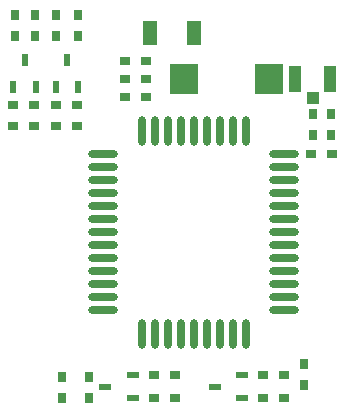
<source format=gtp>
%FSLAX25Y25*%
%MOIN*%
G70*
G01*
G75*
G04 Layer_Color=8421504*
%ADD10C,0.03150*%
%ADD11R,0.04299X0.02362*%
%ADD12O,0.09843X0.02756*%
%ADD13O,0.02756X0.09843*%
%ADD14R,0.03500X0.03000*%
%ADD15R,0.02362X0.04299*%
%ADD16R,0.03000X0.03500*%
%ADD17R,0.09449X0.10236*%
%ADD18R,0.04921X0.07874*%
%ADD19R,0.03937X0.04331*%
%ADD20R,0.04134X0.08661*%
%ADD21C,0.01000*%
%ADD22C,0.00800*%
%ADD23C,0.02000*%
%ADD24C,0.02500*%
%ADD25C,0.01500*%
%ADD26C,0.06000*%
%ADD27R,0.06000X0.06000*%
%ADD28C,0.02500*%
%ADD29R,0.01181X0.02165*%
%ADD30R,0.03150X0.05118*%
%ADD31R,0.11811X0.04213*%
%ADD32R,0.10236X0.09449*%
%ADD33R,0.37008X0.27559*%
%ADD34R,0.05906X0.06693*%
%ADD35C,0.01200*%
%ADD36C,0.06000*%
%ADD37C,0.04000*%
%ADD38C,0.00500*%
%ADD39C,0.01600*%
%ADD40C,0.00600*%
%ADD41R,0.01870X0.17323*%
%ADD42R,0.01181X0.08412*%
%ADD43R,0.17323X0.01870*%
D11*
X38024Y9740D02*
D03*
X47110Y13480D02*
D03*
Y6000D02*
D03*
X83510D02*
D03*
Y13480D02*
D03*
X74424Y9740D02*
D03*
D12*
X37292Y39604D02*
D03*
Y35273D02*
D03*
X97528D02*
D03*
Y39604D02*
D03*
Y43935D02*
D03*
Y48265D02*
D03*
Y52596D02*
D03*
Y56927D02*
D03*
Y61257D02*
D03*
Y65588D02*
D03*
Y69919D02*
D03*
Y74250D02*
D03*
Y78580D02*
D03*
Y82911D02*
D03*
Y87242D02*
D03*
X37292Y43935D02*
D03*
Y48265D02*
D03*
Y52596D02*
D03*
Y56927D02*
D03*
Y61257D02*
D03*
Y65588D02*
D03*
Y69919D02*
D03*
Y74250D02*
D03*
Y78580D02*
D03*
Y82911D02*
D03*
Y87242D02*
D03*
D13*
X50087Y27399D02*
D03*
X54418D02*
D03*
X58749D02*
D03*
X63080D02*
D03*
X67410Y27358D02*
D03*
X71741Y27399D02*
D03*
X76072D02*
D03*
X80402D02*
D03*
X84733D02*
D03*
Y95116D02*
D03*
X80402D02*
D03*
X76072D02*
D03*
X71741D02*
D03*
X67410D02*
D03*
X63080D02*
D03*
X58749D02*
D03*
X54418D02*
D03*
X50087D02*
D03*
D14*
X14353Y96658D02*
D03*
X7353D02*
D03*
X21410Y103657D02*
D03*
Y96658D02*
D03*
X90510Y6000D02*
D03*
X7353Y103657D02*
D03*
X54110Y6000D02*
D03*
X61110D02*
D03*
X54110Y13480D02*
D03*
X61110D02*
D03*
X106528Y87242D02*
D03*
X113528D02*
D03*
X97510Y6000D02*
D03*
Y13480D02*
D03*
X90510D02*
D03*
X44410Y112258D02*
D03*
X51410D02*
D03*
X44410Y118257D02*
D03*
X51410D02*
D03*
X44410Y106257D02*
D03*
X51410D02*
D03*
X28410Y103657D02*
D03*
Y96658D02*
D03*
X14353Y103657D02*
D03*
D15*
X11093Y118744D02*
D03*
X14833Y109658D02*
D03*
X7353D02*
D03*
X25150Y118744D02*
D03*
X21410Y109658D02*
D03*
X28891D02*
D03*
D16*
X21410Y126758D02*
D03*
X14410D02*
D03*
X32610Y6000D02*
D03*
Y13000D02*
D03*
X21410Y133757D02*
D03*
X14410D02*
D03*
X28910D02*
D03*
Y126758D02*
D03*
X7910Y133757D02*
D03*
Y126758D02*
D03*
X104249Y17157D02*
D03*
Y10158D02*
D03*
X23610Y6000D02*
D03*
Y13000D02*
D03*
X107028Y100742D02*
D03*
Y93742D02*
D03*
X113228Y100742D02*
D03*
Y93742D02*
D03*
D17*
X64237Y112258D02*
D03*
X92584D02*
D03*
D18*
X67631Y127657D02*
D03*
X52867D02*
D03*
D19*
X107028Y105942D02*
D03*
D20*
X101221Y112242D02*
D03*
X112835D02*
D03*
M02*

</source>
